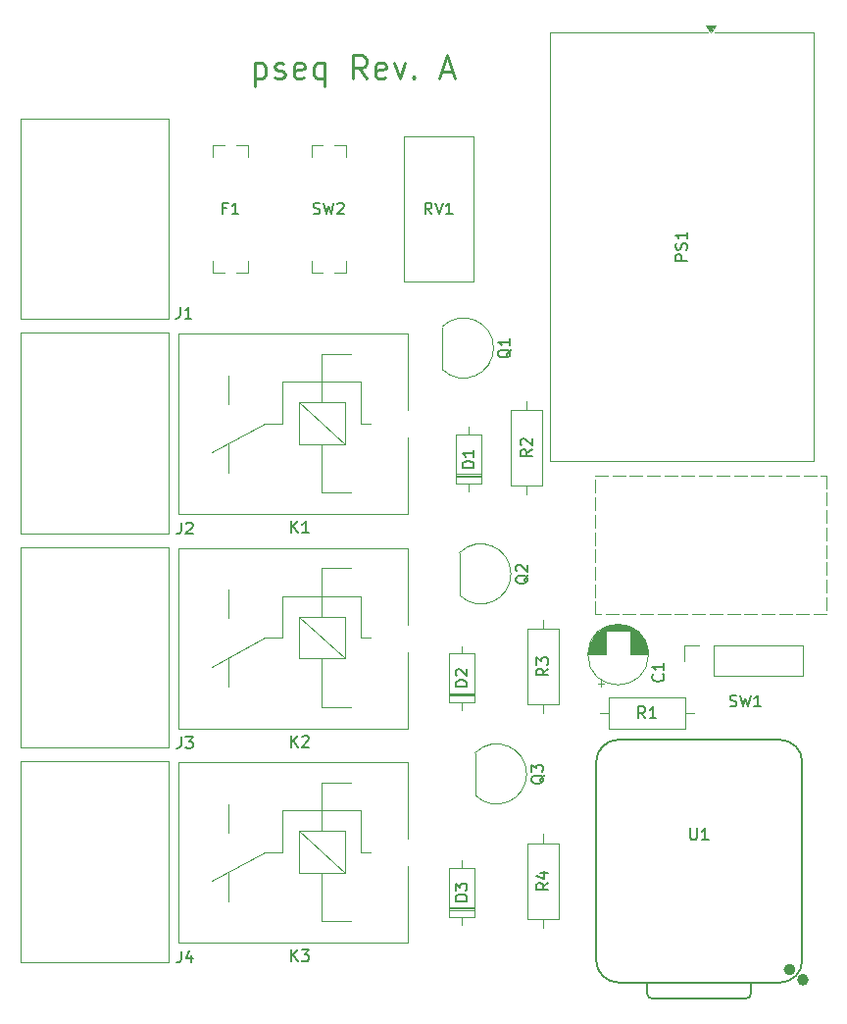
<source format=gbr>
From 5a295172693ef9a289d16c24f868caf64156360f Mon Sep 17 00:00:00 2001
From: Eddy Pedroni <epedroni@pm.me>
Date: Mon, 13 Oct 2025 17:22:31 +0200
Subject: Add kicad circuit project

---
 .../rev-a/power-sequencer-pcb-F_Silkscreen.gbr     | 1924 ++++++++++++++++++++
 1 file changed, 1924 insertions(+)
 create mode 100644 power-sequencer-pcb/rev-a/power-sequencer-pcb-F_Silkscreen.gbr

(limited to 'power-sequencer-pcb/rev-a/power-sequencer-pcb-F_Silkscreen.gbr')

diff --git a/power-sequencer-pcb/rev-a/power-sequencer-pcb-F_Silkscreen.gbr b/power-sequencer-pcb/rev-a/power-sequencer-pcb-F_Silkscreen.gbr
new file mode 100644
index 0000000..9eefb6f
--- /dev/null
+++ b/power-sequencer-pcb/rev-a/power-sequencer-pcb-F_Silkscreen.gbr
@@ -0,0 +1,1924 @@
+%TF.GenerationSoftware,KiCad,Pcbnew,9.0.5*%
+%TF.CreationDate,2025-10-13T17:13:28+02:00*%
+%TF.ProjectId,power-sequencer-pcb,706f7765-722d-4736-9571-75656e636572,A*%
+%TF.SameCoordinates,Original*%
+%TF.FileFunction,Legend,Top*%
+%TF.FilePolarity,Positive*%
+%FSLAX46Y46*%
+G04 Gerber Fmt 4.6, Leading zero omitted, Abs format (unit mm)*
+G04 Created by KiCad (PCBNEW 9.0.5) date 2025-10-13 17:13:28*
+%MOMM*%
+%LPD*%
+G01*
+G04 APERTURE LIST*
+%ADD10C,0.250000*%
+%ADD11C,0.100000*%
+%ADD12C,0.150000*%
+%ADD13C,0.120000*%
+%ADD14C,0.127000*%
+%ADD15C,0.504000*%
+G04 APERTURE END LIST*
+D10*
+X97140663Y-60408904D02*
+X97140663Y-62408904D01*
+X97140663Y-60504142D02*
+X97331139Y-60408904D01*
+X97331139Y-60408904D02*
+X97712092Y-60408904D01*
+X97712092Y-60408904D02*
+X97902568Y-60504142D01*
+X97902568Y-60504142D02*
+X97997806Y-60599380D01*
+X97997806Y-60599380D02*
+X98093044Y-60789857D01*
+X98093044Y-60789857D02*
+X98093044Y-61361285D01*
+X98093044Y-61361285D02*
+X97997806Y-61551761D01*
+X97997806Y-61551761D02*
+X97902568Y-61647000D01*
+X97902568Y-61647000D02*
+X97712092Y-61742238D01*
+X97712092Y-61742238D02*
+X97331139Y-61742238D01*
+X97331139Y-61742238D02*
+X97140663Y-61647000D01*
+X98854949Y-61647000D02*
+X99045425Y-61742238D01*
+X99045425Y-61742238D02*
+X99426377Y-61742238D01*
+X99426377Y-61742238D02*
+X99616854Y-61647000D01*
+X99616854Y-61647000D02*
+X99712092Y-61456523D01*
+X99712092Y-61456523D02*
+X99712092Y-61361285D01*
+X99712092Y-61361285D02*
+X99616854Y-61170809D01*
+X99616854Y-61170809D02*
+X99426377Y-61075571D01*
+X99426377Y-61075571D02*
+X99140663Y-61075571D01*
+X99140663Y-61075571D02*
+X98950187Y-60980333D01*
+X98950187Y-60980333D02*
+X98854949Y-60789857D01*
+X98854949Y-60789857D02*
+X98854949Y-60694619D01*
+X98854949Y-60694619D02*
+X98950187Y-60504142D01*
+X98950187Y-60504142D02*
+X99140663Y-60408904D01*
+X99140663Y-60408904D02*
+X99426377Y-60408904D01*
+X99426377Y-60408904D02*
+X99616854Y-60504142D01*
+X101331140Y-61647000D02*
+X101140664Y-61742238D01*
+X101140664Y-61742238D02*
+X100759711Y-61742238D01*
+X100759711Y-61742238D02*
+X100569235Y-61647000D01*
+X100569235Y-61647000D02*
+X100473997Y-61456523D01*
+X100473997Y-61456523D02*
+X100473997Y-60694619D01*
+X100473997Y-60694619D02*
+X100569235Y-60504142D01*
+X100569235Y-60504142D02*
+X100759711Y-60408904D01*
+X100759711Y-60408904D02*
+X101140664Y-60408904D01*
+X101140664Y-60408904D02*
+X101331140Y-60504142D01*
+X101331140Y-60504142D02*
+X101426378Y-60694619D01*
+X101426378Y-60694619D02*
+X101426378Y-60885095D01*
+X101426378Y-60885095D02*
+X100473997Y-61075571D01*
+X103140664Y-60408904D02*
+X103140664Y-62408904D01*
+X103140664Y-61647000D02*
+X102950188Y-61742238D01*
+X102950188Y-61742238D02*
+X102569235Y-61742238D01*
+X102569235Y-61742238D02*
+X102378759Y-61647000D01*
+X102378759Y-61647000D02*
+X102283521Y-61551761D01*
+X102283521Y-61551761D02*
+X102188283Y-61361285D01*
+X102188283Y-61361285D02*
+X102188283Y-60789857D01*
+X102188283Y-60789857D02*
+X102283521Y-60599380D01*
+X102283521Y-60599380D02*
+X102378759Y-60504142D01*
+X102378759Y-60504142D02*
+X102569235Y-60408904D01*
+X102569235Y-60408904D02*
+X102950188Y-60408904D01*
+X102950188Y-60408904D02*
+X103140664Y-60504142D01*
+X106759712Y-61742238D02*
+X106093045Y-60789857D01*
+X105616855Y-61742238D02*
+X105616855Y-59742238D01*
+X105616855Y-59742238D02*
+X106378760Y-59742238D01*
+X106378760Y-59742238D02*
+X106569236Y-59837476D01*
+X106569236Y-59837476D02*
+X106664474Y-59932714D01*
+X106664474Y-59932714D02*
+X106759712Y-60123190D01*
+X106759712Y-60123190D02*
+X106759712Y-60408904D01*
+X106759712Y-60408904D02*
+X106664474Y-60599380D01*
+X106664474Y-60599380D02*
+X106569236Y-60694619D01*
+X106569236Y-60694619D02*
+X106378760Y-60789857D01*
+X106378760Y-60789857D02*
+X105616855Y-60789857D01*
+X108378760Y-61647000D02*
+X108188284Y-61742238D01*
+X108188284Y-61742238D02*
+X107807331Y-61742238D01*
+X107807331Y-61742238D02*
+X107616855Y-61647000D01*
+X107616855Y-61647000D02*
+X107521617Y-61456523D01*
+X107521617Y-61456523D02*
+X107521617Y-60694619D01*
+X107521617Y-60694619D02*
+X107616855Y-60504142D01*
+X107616855Y-60504142D02*
+X107807331Y-60408904D01*
+X107807331Y-60408904D02*
+X108188284Y-60408904D01*
+X108188284Y-60408904D02*
+X108378760Y-60504142D01*
+X108378760Y-60504142D02*
+X108473998Y-60694619D01*
+X108473998Y-60694619D02*
+X108473998Y-60885095D01*
+X108473998Y-60885095D02*
+X107521617Y-61075571D01*
+X109140665Y-60408904D02*
+X109616855Y-61742238D01*
+X109616855Y-61742238D02*
+X110093046Y-60408904D01*
+X110854951Y-61551761D02*
+X110950189Y-61647000D01*
+X110950189Y-61647000D02*
+X110854951Y-61742238D01*
+X110854951Y-61742238D02*
+X110759713Y-61647000D01*
+X110759713Y-61647000D02*
+X110854951Y-61551761D01*
+X110854951Y-61551761D02*
+X110854951Y-61742238D01*
+X113235904Y-61170809D02*
+X114188285Y-61170809D01*
+X113045428Y-61742238D02*
+X113712094Y-59742238D01*
+X113712094Y-59742238D02*
+X114378761Y-61742238D01*
+D11*
+X126500000Y-96000000D02*
+X127600000Y-96000000D01*
+X128000000Y-96000000D02*
+X129100000Y-96000000D01*
+X129500000Y-96000000D02*
+X130600000Y-96000000D01*
+X131000000Y-96000000D02*
+X132100000Y-96000000D01*
+X132500000Y-96000000D02*
+X133600000Y-96000000D01*
+X134000000Y-96000000D02*
+X135100000Y-96000000D01*
+X135500000Y-96000000D02*
+X136600000Y-96000000D01*
+X137000000Y-96000000D02*
+X138100000Y-96000000D01*
+X138500000Y-96000000D02*
+X139600000Y-96000000D01*
+X140000000Y-96000000D02*
+X141100000Y-96000000D01*
+X141500000Y-96000000D02*
+X142600000Y-96000000D01*
+X143000000Y-96000000D02*
+X144100000Y-96000000D01*
+X144500000Y-96000000D02*
+X145600000Y-96000000D01*
+X146000000Y-96000000D02*
+X146500000Y-96000000D01*
+X146500000Y-96000000D02*
+X146500000Y-97100000D01*
+X146500000Y-97500000D02*
+X146500000Y-98600000D01*
+X146500000Y-99000000D02*
+X146500000Y-100100000D01*
+X146500000Y-100500000D02*
+X146500000Y-101600000D01*
+X146500000Y-102000000D02*
+X146500000Y-103100000D01*
+X146500000Y-103500000D02*
+X146500000Y-104600000D01*
+X146500000Y-105000000D02*
+X146500000Y-106100000D01*
+X146500000Y-106500000D02*
+X146500000Y-107600000D01*
+X146500000Y-108000000D02*
+X146500000Y-108000000D01*
+X146500000Y-108000000D02*
+X145400000Y-108000000D01*
+X145000000Y-108000000D02*
+X143900000Y-108000000D01*
+X143500000Y-108000000D02*
+X142400000Y-108000000D01*
+X142000000Y-108000000D02*
+X140900000Y-108000000D01*
+X140500000Y-108000000D02*
+X139400000Y-108000000D01*
+X139000000Y-108000000D02*
+X137900000Y-108000000D01*
+X137500000Y-108000000D02*
+X136400000Y-108000000D01*
+X136000000Y-108000000D02*
+X134900000Y-108000000D01*
+X134500000Y-108000000D02*
+X133400000Y-108000000D01*
+X133000000Y-108000000D02*
+X131900000Y-108000000D01*
+X131500000Y-108000000D02*
+X130400000Y-108000000D01*
+X130000000Y-108000000D02*
+X128900000Y-108000000D01*
+X128500000Y-108000000D02*
+X127400000Y-108000000D01*
+X127000000Y-108000000D02*
+X126500000Y-108000000D01*
+X126500000Y-108000000D02*
+X126500000Y-106900000D01*
+X126500000Y-106500000D02*
+X126500000Y-105400000D01*
+X126500000Y-105000000D02*
+X126500000Y-103900000D01*
+X126500000Y-103500000D02*
+X126500000Y-102400000D01*
+X126500000Y-102000000D02*
+X126500000Y-100900000D01*
+X126500000Y-100500000D02*
+X126500000Y-99400000D01*
+X126500000Y-99000000D02*
+X126500000Y-97900000D01*
+X126500000Y-97500000D02*
+X126500000Y-96400000D01*
+X126500000Y-96000000D02*
+X126500000Y-96000000D01*
+D12*
+X90666666Y-81454819D02*
+X90666666Y-82169104D01*
+X90666666Y-82169104D02*
+X90619047Y-82311961D01*
+X90619047Y-82311961D02*
+X90523809Y-82407200D01*
+X90523809Y-82407200D02*
+X90380952Y-82454819D01*
+X90380952Y-82454819D02*
+X90285714Y-82454819D01*
+X91666666Y-82454819D02*
+X91095238Y-82454819D01*
+X91380952Y-82454819D02*
+X91380952Y-81454819D01*
+X91380952Y-81454819D02*
+X91285714Y-81597676D01*
+X91285714Y-81597676D02*
+X91190476Y-81692914D01*
+X91190476Y-81692914D02*
+X91095238Y-81740533D01*
+X90761666Y-100049819D02*
+X90761666Y-100764104D01*
+X90761666Y-100764104D02*
+X90714047Y-100906961D01*
+X90714047Y-100906961D02*
+X90618809Y-101002200D01*
+X90618809Y-101002200D02*
+X90475952Y-101049819D01*
+X90475952Y-101049819D02*
+X90380714Y-101049819D01*
+X91190238Y-100145057D02*
+X91237857Y-100097438D01*
+X91237857Y-100097438D02*
+X91333095Y-100049819D01*
+X91333095Y-100049819D02*
+X91571190Y-100049819D01*
+X91571190Y-100049819D02*
+X91666428Y-100097438D01*
+X91666428Y-100097438D02*
+X91714047Y-100145057D01*
+X91714047Y-100145057D02*
+X91761666Y-100240295D01*
+X91761666Y-100240295D02*
+X91761666Y-100335533D01*
+X91761666Y-100335533D02*
+X91714047Y-100478390D01*
+X91714047Y-100478390D02*
+X91142619Y-101049819D01*
+X91142619Y-101049819D02*
+X91761666Y-101049819D01*
+X90761666Y-137049819D02*
+X90761666Y-137764104D01*
+X90761666Y-137764104D02*
+X90714047Y-137906961D01*
+X90714047Y-137906961D02*
+X90618809Y-138002200D01*
+X90618809Y-138002200D02*
+X90475952Y-138049819D01*
+X90475952Y-138049819D02*
+X90380714Y-138049819D01*
+X91666428Y-137383152D02*
+X91666428Y-138049819D01*
+X91428333Y-137002200D02*
+X91190238Y-137716485D01*
+X91190238Y-137716485D02*
+X91809285Y-137716485D01*
+X90761666Y-118549819D02*
+X90761666Y-119264104D01*
+X90761666Y-119264104D02*
+X90714047Y-119406961D01*
+X90714047Y-119406961D02*
+X90618809Y-119502200D01*
+X90618809Y-119502200D02*
+X90475952Y-119549819D01*
+X90475952Y-119549819D02*
+X90380714Y-119549819D01*
+X91142619Y-118549819D02*
+X91761666Y-118549819D01*
+X91761666Y-118549819D02*
+X91428333Y-118930771D01*
+X91428333Y-118930771D02*
+X91571190Y-118930771D01*
+X91571190Y-118930771D02*
+X91666428Y-118978390D01*
+X91666428Y-118978390D02*
+X91714047Y-119026009D01*
+X91714047Y-119026009D02*
+X91761666Y-119121247D01*
+X91761666Y-119121247D02*
+X91761666Y-119359342D01*
+X91761666Y-119359342D02*
+X91714047Y-119454580D01*
+X91714047Y-119454580D02*
+X91666428Y-119502200D01*
+X91666428Y-119502200D02*
+X91571190Y-119549819D01*
+X91571190Y-119549819D02*
+X91285476Y-119549819D01*
+X91285476Y-119549819D02*
+X91190238Y-119502200D01*
+X91190238Y-119502200D02*
+X91142619Y-119454580D01*
+X121049819Y-93761666D02*
+X120573628Y-94094999D01*
+X121049819Y-94333094D02*
+X120049819Y-94333094D01*
+X120049819Y-94333094D02*
+X120049819Y-93952142D01*
+X120049819Y-93952142D02*
+X120097438Y-93856904D01*
+X120097438Y-93856904D02*
+X120145057Y-93809285D01*
+X120145057Y-93809285D02*
+X120240295Y-93761666D01*
+X120240295Y-93761666D02*
+X120383152Y-93761666D01*
+X120383152Y-93761666D02*
+X120478390Y-93809285D01*
+X120478390Y-93809285D02*
+X120526009Y-93856904D01*
+X120526009Y-93856904D02*
+X120573628Y-93952142D01*
+X120573628Y-93952142D02*
+X120573628Y-94333094D01*
+X120145057Y-93380713D02*
+X120097438Y-93333094D01*
+X120097438Y-93333094D02*
+X120049819Y-93237856D01*
+X120049819Y-93237856D02*
+X120049819Y-92999761D01*
+X120049819Y-92999761D02*
+X120097438Y-92904523D01*
+X120097438Y-92904523D02*
+X120145057Y-92856904D01*
+X120145057Y-92856904D02*
+X120240295Y-92809285D01*
+X120240295Y-92809285D02*
+X120335533Y-92809285D01*
+X120335533Y-92809285D02*
+X120478390Y-92856904D01*
+X120478390Y-92856904D02*
+X121049819Y-93428332D01*
+X121049819Y-93428332D02*
+X121049819Y-92809285D01*
+X116049819Y-95333094D02*
+X115049819Y-95333094D01*
+X115049819Y-95333094D02*
+X115049819Y-95094999D01*
+X115049819Y-95094999D02*
+X115097438Y-94952142D01*
+X115097438Y-94952142D02*
+X115192676Y-94856904D01*
+X115192676Y-94856904D02*
+X115287914Y-94809285D01*
+X115287914Y-94809285D02*
+X115478390Y-94761666D01*
+X115478390Y-94761666D02*
+X115621247Y-94761666D01*
+X115621247Y-94761666D02*
+X115811723Y-94809285D01*
+X115811723Y-94809285D02*
+X115906961Y-94856904D01*
+X115906961Y-94856904D02*
+X116002200Y-94952142D01*
+X116002200Y-94952142D02*
+X116049819Y-95094999D01*
+X116049819Y-95094999D02*
+X116049819Y-95333094D01*
+X116049819Y-93809285D02*
+X116049819Y-94380713D01*
+X116049819Y-94094999D02*
+X115049819Y-94094999D01*
+X115049819Y-94094999D02*
+X115192676Y-94190237D01*
+X115192676Y-94190237D02*
+X115287914Y-94285475D01*
+X115287914Y-94285475D02*
+X115335533Y-94380713D01*
+X119250057Y-85095238D02*
+X119202438Y-85190476D01*
+X119202438Y-85190476D02*
+X119107200Y-85285714D01*
+X119107200Y-85285714D02*
+X118964342Y-85428571D01*
+X118964342Y-85428571D02*
+X118916723Y-85523809D01*
+X118916723Y-85523809D02*
+X118916723Y-85619047D01*
+X119154819Y-85571428D02*
+X119107200Y-85666666D01*
+X119107200Y-85666666D02*
+X119011961Y-85761904D01*
+X119011961Y-85761904D02*
+X118821485Y-85809523D01*
+X118821485Y-85809523D02*
+X118488152Y-85809523D01*
+X118488152Y-85809523D02*
+X118297676Y-85761904D01*
+X118297676Y-85761904D02*
+X118202438Y-85666666D01*
+X118202438Y-85666666D02*
+X118154819Y-85571428D01*
+X118154819Y-85571428D02*
+X118154819Y-85380952D01*
+X118154819Y-85380952D02*
+X118202438Y-85285714D01*
+X118202438Y-85285714D02*
+X118297676Y-85190476D01*
+X118297676Y-85190476D02*
+X118488152Y-85142857D01*
+X118488152Y-85142857D02*
+X118821485Y-85142857D01*
+X118821485Y-85142857D02*
+X119011961Y-85190476D01*
+X119011961Y-85190476D02*
+X119107200Y-85285714D01*
+X119107200Y-85285714D02*
+X119154819Y-85380952D01*
+X119154819Y-85380952D02*
+X119154819Y-85571428D01*
+X119154819Y-84190476D02*
+X119154819Y-84761904D01*
+X119154819Y-84476190D02*
+X118154819Y-84476190D01*
+X118154819Y-84476190D02*
+X118297676Y-84571428D01*
+X118297676Y-84571428D02*
+X118392914Y-84666666D01*
+X118392914Y-84666666D02*
+X118440533Y-84761904D01*
+X122454819Y-112666666D02*
+X121978628Y-112999999D01*
+X122454819Y-113238094D02*
+X121454819Y-113238094D01*
+X121454819Y-113238094D02*
+X121454819Y-112857142D01*
+X121454819Y-112857142D02*
+X121502438Y-112761904D01*
+X121502438Y-112761904D02*
+X121550057Y-112714285D01*
+X121550057Y-112714285D02*
+X121645295Y-112666666D01*
+X121645295Y-112666666D02*
+X121788152Y-112666666D01*
+X121788152Y-112666666D02*
+X121883390Y-112714285D01*
+X121883390Y-112714285D02*
+X121931009Y-112761904D01*
+X121931009Y-112761904D02*
+X121978628Y-112857142D01*
+X121978628Y-112857142D02*
+X121978628Y-113238094D01*
+X121454819Y-112333332D02*
+X121454819Y-111714285D01*
+X121454819Y-111714285D02*
+X121835771Y-112047618D01*
+X121835771Y-112047618D02*
+X121835771Y-111904761D01*
+X121835771Y-111904761D02*
+X121883390Y-111809523D01*
+X121883390Y-111809523D02*
+X121931009Y-111761904D01*
+X121931009Y-111761904D02*
+X122026247Y-111714285D01*
+X122026247Y-111714285D02*
+X122264342Y-111714285D01*
+X122264342Y-111714285D02*
+X122359580Y-111761904D01*
+X122359580Y-111761904D02*
+X122407200Y-111809523D01*
+X122407200Y-111809523D02*
+X122454819Y-111904761D01*
+X122454819Y-111904761D02*
+X122454819Y-112190475D01*
+X122454819Y-112190475D02*
+X122407200Y-112285713D01*
+X122407200Y-112285713D02*
+X122359580Y-112333332D01*
+X115454819Y-132738094D02*
+X114454819Y-132738094D01*
+X114454819Y-132738094D02*
+X114454819Y-132499999D01*
+X114454819Y-132499999D02*
+X114502438Y-132357142D01*
+X114502438Y-132357142D02*
+X114597676Y-132261904D01*
+X114597676Y-132261904D02*
+X114692914Y-132214285D01*
+X114692914Y-132214285D02*
+X114883390Y-132166666D01*
+X114883390Y-132166666D02*
+X115026247Y-132166666D01*
+X115026247Y-132166666D02*
+X115216723Y-132214285D01*
+X115216723Y-132214285D02*
+X115311961Y-132261904D01*
+X115311961Y-132261904D02*
+X115407200Y-132357142D01*
+X115407200Y-132357142D02*
+X115454819Y-132499999D01*
+X115454819Y-132499999D02*
+X115454819Y-132738094D01*
+X114454819Y-131833332D02*
+X114454819Y-131214285D01*
+X114454819Y-131214285D02*
+X114835771Y-131547618D01*
+X114835771Y-131547618D02*
+X114835771Y-131404761D01*
+X114835771Y-131404761D02*
+X114883390Y-131309523D01*
+X114883390Y-131309523D02*
+X114931009Y-131261904D01*
+X114931009Y-131261904D02*
+X115026247Y-131214285D01*
+X115026247Y-131214285D02*
+X115264342Y-131214285D01*
+X115264342Y-131214285D02*
+X115359580Y-131261904D01*
+X115359580Y-131261904D02*
+X115407200Y-131309523D01*
+X115407200Y-131309523D02*
+X115454819Y-131404761D01*
+X115454819Y-131404761D02*
+X115454819Y-131690475D01*
+X115454819Y-131690475D02*
+X115407200Y-131785713D01*
+X115407200Y-131785713D02*
+X115359580Y-131833332D01*
+X100261905Y-119454819D02*
+X100261905Y-118454819D01*
+X100833333Y-119454819D02*
+X100404762Y-118883390D01*
+X100833333Y-118454819D02*
+X100261905Y-119026247D01*
+X101214286Y-118550057D02*
+X101261905Y-118502438D01*
+X101261905Y-118502438D02*
+X101357143Y-118454819D01*
+X101357143Y-118454819D02*
+X101595238Y-118454819D01*
+X101595238Y-118454819D02*
+X101690476Y-118502438D01*
+X101690476Y-118502438D02*
+X101738095Y-118550057D01*
+X101738095Y-118550057D02*
+X101785714Y-118645295D01*
+X101785714Y-118645295D02*
+X101785714Y-118740533D01*
+X101785714Y-118740533D02*
+X101738095Y-118883390D01*
+X101738095Y-118883390D02*
+X101166667Y-119454819D01*
+X101166667Y-119454819D02*
+X101785714Y-119454819D01*
+X112404761Y-73454819D02*
+X112071428Y-72978628D01*
+X111833333Y-73454819D02*
+X111833333Y-72454819D01*
+X111833333Y-72454819D02*
+X112214285Y-72454819D01*
+X112214285Y-72454819D02*
+X112309523Y-72502438D01*
+X112309523Y-72502438D02*
+X112357142Y-72550057D01*
+X112357142Y-72550057D02*
+X112404761Y-72645295D01*
+X112404761Y-72645295D02*
+X112404761Y-72788152D01*
+X112404761Y-72788152D02*
+X112357142Y-72883390D01*
+X112357142Y-72883390D02*
+X112309523Y-72931009D01*
+X112309523Y-72931009D02*
+X112214285Y-72978628D01*
+X112214285Y-72978628D02*
+X111833333Y-72978628D01*
+X112690476Y-72454819D02*
+X113023809Y-73454819D01*
+X113023809Y-73454819D02*
+X113357142Y-72454819D01*
+X114214285Y-73454819D02*
+X113642857Y-73454819D01*
+X113928571Y-73454819D02*
+X113928571Y-72454819D01*
+X113928571Y-72454819D02*
+X113833333Y-72597676D01*
+X113833333Y-72597676D02*
+X113738095Y-72692914D01*
+X113738095Y-72692914D02*
+X113642857Y-72740533D01*
+X132359580Y-113166666D02*
+X132407200Y-113214285D01*
+X132407200Y-113214285D02*
+X132454819Y-113357142D01*
+X132454819Y-113357142D02*
+X132454819Y-113452380D01*
+X132454819Y-113452380D02*
+X132407200Y-113595237D01*
+X132407200Y-113595237D02*
+X132311961Y-113690475D01*
+X132311961Y-113690475D02*
+X132216723Y-113738094D01*
+X132216723Y-113738094D02*
+X132026247Y-113785713D01*
+X132026247Y-113785713D02*
+X131883390Y-113785713D01*
+X131883390Y-113785713D02*
+X131692914Y-113738094D01*
+X131692914Y-113738094D02*
+X131597676Y-113690475D01*
+X131597676Y-113690475D02*
+X131502438Y-113595237D01*
+X131502438Y-113595237D02*
+X131454819Y-113452380D01*
+X131454819Y-113452380D02*
+X131454819Y-113357142D01*
+X131454819Y-113357142D02*
+X131502438Y-113214285D01*
+X131502438Y-113214285D02*
+X131550057Y-113166666D01*
+X132454819Y-112214285D02*
+X132454819Y-112785713D01*
+X132454819Y-112499999D02*
+X131454819Y-112499999D01*
+X131454819Y-112499999D02*
+X131597676Y-112595237D01*
+X131597676Y-112595237D02*
+X131692914Y-112690475D01*
+X131692914Y-112690475D02*
+X131740533Y-112785713D01*
+X134738095Y-126454819D02*
+X134738095Y-127264342D01*
+X134738095Y-127264342D02*
+X134785714Y-127359580D01*
+X134785714Y-127359580D02*
+X134833333Y-127407200D01*
+X134833333Y-127407200D02*
+X134928571Y-127454819D01*
+X134928571Y-127454819D02*
+X135119047Y-127454819D01*
+X135119047Y-127454819D02*
+X135214285Y-127407200D01*
+X135214285Y-127407200D02*
+X135261904Y-127359580D01*
+X135261904Y-127359580D02*
+X135309523Y-127264342D01*
+X135309523Y-127264342D02*
+X135309523Y-126454819D01*
+X136309523Y-127454819D02*
+X135738095Y-127454819D01*
+X136023809Y-127454819D02*
+X136023809Y-126454819D01*
+X136023809Y-126454819D02*
+X135928571Y-126597676D01*
+X135928571Y-126597676D02*
+X135833333Y-126692914D01*
+X135833333Y-126692914D02*
+X135738095Y-126740533D01*
+X115454819Y-114238094D02*
+X114454819Y-114238094D01*
+X114454819Y-114238094D02*
+X114454819Y-113999999D01*
+X114454819Y-113999999D02*
+X114502438Y-113857142D01*
+X114502438Y-113857142D02*
+X114597676Y-113761904D01*
+X114597676Y-113761904D02*
+X114692914Y-113714285D01*
+X114692914Y-113714285D02*
+X114883390Y-113666666D01*
+X114883390Y-113666666D02*
+X115026247Y-113666666D01*
+X115026247Y-113666666D02*
+X115216723Y-113714285D01*
+X115216723Y-113714285D02*
+X115311961Y-113761904D01*
+X115311961Y-113761904D02*
+X115407200Y-113857142D01*
+X115407200Y-113857142D02*
+X115454819Y-113999999D01*
+X115454819Y-113999999D02*
+X115454819Y-114238094D01*
+X114550057Y-113285713D02*
+X114502438Y-113238094D01*
+X114502438Y-113238094D02*
+X114454819Y-113142856D01*
+X114454819Y-113142856D02*
+X114454819Y-112904761D01*
+X114454819Y-112904761D02*
+X114502438Y-112809523D01*
+X114502438Y-112809523D02*
+X114550057Y-112761904D01*
+X114550057Y-112761904D02*
+X114645295Y-112714285D01*
+X114645295Y-112714285D02*
+X114740533Y-112714285D01*
+X114740533Y-112714285D02*
+X114883390Y-112761904D01*
+X114883390Y-112761904D02*
+X115454819Y-113333332D01*
+X115454819Y-113333332D02*
+X115454819Y-112714285D01*
+X100261905Y-137954819D02*
+X100261905Y-136954819D01*
+X100833333Y-137954819D02*
+X100404762Y-137383390D01*
+X100833333Y-136954819D02*
+X100261905Y-137526247D01*
+X101166667Y-136954819D02*
+X101785714Y-136954819D01*
+X101785714Y-136954819D02*
+X101452381Y-137335771D01*
+X101452381Y-137335771D02*
+X101595238Y-137335771D01*
+X101595238Y-137335771D02*
+X101690476Y-137383390D01*
+X101690476Y-137383390D02*
+X101738095Y-137431009D01*
+X101738095Y-137431009D02*
+X101785714Y-137526247D01*
+X101785714Y-137526247D02*
+X101785714Y-137764342D01*
+X101785714Y-137764342D02*
+X101738095Y-137859580D01*
+X101738095Y-137859580D02*
+X101690476Y-137907200D01*
+X101690476Y-137907200D02*
+X101595238Y-137954819D01*
+X101595238Y-137954819D02*
+X101309524Y-137954819D01*
+X101309524Y-137954819D02*
+X101214286Y-137907200D01*
+X101214286Y-137907200D02*
+X101166667Y-137859580D01*
+X122454819Y-131166666D02*
+X121978628Y-131499999D01*
+X122454819Y-131738094D02*
+X121454819Y-131738094D01*
+X121454819Y-131738094D02*
+X121454819Y-131357142D01*
+X121454819Y-131357142D02*
+X121502438Y-131261904D01*
+X121502438Y-131261904D02*
+X121550057Y-131214285D01*
+X121550057Y-131214285D02*
+X121645295Y-131166666D01*
+X121645295Y-131166666D02*
+X121788152Y-131166666D01*
+X121788152Y-131166666D02*
+X121883390Y-131214285D01*
+X121883390Y-131214285D02*
+X121931009Y-131261904D01*
+X121931009Y-131261904D02*
+X121978628Y-131357142D01*
+X121978628Y-131357142D02*
+X121978628Y-131738094D01*
+X121788152Y-130309523D02*
+X122454819Y-130309523D01*
+X121407200Y-130547618D02*
+X122121485Y-130785713D01*
+X122121485Y-130785713D02*
+X122121485Y-130166666D01*
+X100261905Y-100954819D02*
+X100261905Y-99954819D01*
+X100833333Y-100954819D02*
+X100404762Y-100383390D01*
+X100833333Y-99954819D02*
+X100261905Y-100526247D01*
+X101785714Y-100954819D02*
+X101214286Y-100954819D01*
+X101500000Y-100954819D02*
+X101500000Y-99954819D01*
+X101500000Y-99954819D02*
+X101404762Y-100097676D01*
+X101404762Y-100097676D02*
+X101309524Y-100192914D01*
+X101309524Y-100192914D02*
+X101214286Y-100240533D01*
+X122110057Y-121865238D02*
+X122062438Y-121960476D01*
+X122062438Y-121960476D02*
+X121967200Y-122055714D01*
+X121967200Y-122055714D02*
+X121824342Y-122198571D01*
+X121824342Y-122198571D02*
+X121776723Y-122293809D01*
+X121776723Y-122293809D02*
+X121776723Y-122389047D01*
+X122014819Y-122341428D02*
+X121967200Y-122436666D01*
+X121967200Y-122436666D02*
+X121871961Y-122531904D01*
+X121871961Y-122531904D02*
+X121681485Y-122579523D01*
+X121681485Y-122579523D02*
+X121348152Y-122579523D01*
+X121348152Y-122579523D02*
+X121157676Y-122531904D01*
+X121157676Y-122531904D02*
+X121062438Y-122436666D01*
+X121062438Y-122436666D02*
+X121014819Y-122341428D01*
+X121014819Y-122341428D02*
+X121014819Y-122150952D01*
+X121014819Y-122150952D02*
+X121062438Y-122055714D01*
+X121062438Y-122055714D02*
+X121157676Y-121960476D01*
+X121157676Y-121960476D02*
+X121348152Y-121912857D01*
+X121348152Y-121912857D02*
+X121681485Y-121912857D01*
+X121681485Y-121912857D02*
+X121871961Y-121960476D01*
+X121871961Y-121960476D02*
+X121967200Y-122055714D01*
+X121967200Y-122055714D02*
+X122014819Y-122150952D01*
+X122014819Y-122150952D02*
+X122014819Y-122341428D01*
+X121014819Y-121579523D02*
+X121014819Y-120960476D01*
+X121014819Y-120960476D02*
+X121395771Y-121293809D01*
+X121395771Y-121293809D02*
+X121395771Y-121150952D01*
+X121395771Y-121150952D02*
+X121443390Y-121055714D01*
+X121443390Y-121055714D02*
+X121491009Y-121008095D01*
+X121491009Y-121008095D02*
+X121586247Y-120960476D01*
+X121586247Y-120960476D02*
+X121824342Y-120960476D01*
+X121824342Y-120960476D02*
+X121919580Y-121008095D01*
+X121919580Y-121008095D02*
+X121967200Y-121055714D01*
+X121967200Y-121055714D02*
+X122014819Y-121150952D01*
+X122014819Y-121150952D02*
+X122014819Y-121436666D01*
+X122014819Y-121436666D02*
+X121967200Y-121531904D01*
+X121967200Y-121531904D02*
+X121919580Y-121579523D01*
+X138166667Y-115907200D02*
+X138309524Y-115954819D01*
+X138309524Y-115954819D02*
+X138547619Y-115954819D01*
+X138547619Y-115954819D02*
+X138642857Y-115907200D01*
+X138642857Y-115907200D02*
+X138690476Y-115859580D01*
+X138690476Y-115859580D02*
+X138738095Y-115764342D01*
+X138738095Y-115764342D02*
+X138738095Y-115669104D01*
+X138738095Y-115669104D02*
+X138690476Y-115573866D01*
+X138690476Y-115573866D02*
+X138642857Y-115526247D01*
+X138642857Y-115526247D02*
+X138547619Y-115478628D01*
+X138547619Y-115478628D02*
+X138357143Y-115431009D01*
+X138357143Y-115431009D02*
+X138261905Y-115383390D01*
+X138261905Y-115383390D02*
+X138214286Y-115335771D01*
+X138214286Y-115335771D02*
+X138166667Y-115240533D01*
+X138166667Y-115240533D02*
+X138166667Y-115145295D01*
+X138166667Y-115145295D02*
+X138214286Y-115050057D01*
+X138214286Y-115050057D02*
+X138261905Y-115002438D01*
+X138261905Y-115002438D02*
+X138357143Y-114954819D01*
+X138357143Y-114954819D02*
+X138595238Y-114954819D01*
+X138595238Y-114954819D02*
+X138738095Y-115002438D01*
+X139071429Y-114954819D02*
+X139309524Y-115954819D01*
+X139309524Y-115954819D02*
+X139500000Y-115240533D01*
+X139500000Y-115240533D02*
+X139690476Y-115954819D01*
+X139690476Y-115954819D02*
+X139928572Y-114954819D01*
+X140833333Y-115954819D02*
+X140261905Y-115954819D01*
+X140547619Y-115954819D02*
+X140547619Y-114954819D01*
+X140547619Y-114954819D02*
+X140452381Y-115097676D01*
+X140452381Y-115097676D02*
+X140357143Y-115192914D01*
+X140357143Y-115192914D02*
+X140261905Y-115240533D01*
+X134454819Y-77466785D02*
+X133454819Y-77466785D01*
+X133454819Y-77466785D02*
+X133454819Y-77085833D01*
+X133454819Y-77085833D02*
+X133502438Y-76990595D01*
+X133502438Y-76990595D02*
+X133550057Y-76942976D01*
+X133550057Y-76942976D02*
+X133645295Y-76895357D01*
+X133645295Y-76895357D02*
+X133788152Y-76895357D01*
+X133788152Y-76895357D02*
+X133883390Y-76942976D01*
+X133883390Y-76942976D02*
+X133931009Y-76990595D01*
+X133931009Y-76990595D02*
+X133978628Y-77085833D01*
+X133978628Y-77085833D02*
+X133978628Y-77466785D01*
+X134407200Y-76514404D02*
+X134454819Y-76371547D01*
+X134454819Y-76371547D02*
+X134454819Y-76133452D01*
+X134454819Y-76133452D02*
+X134407200Y-76038214D01*
+X134407200Y-76038214D02*
+X134359580Y-75990595D01*
+X134359580Y-75990595D02*
+X134264342Y-75942976D01*
+X134264342Y-75942976D02*
+X134169104Y-75942976D01*
+X134169104Y-75942976D02*
+X134073866Y-75990595D01*
+X134073866Y-75990595D02*
+X134026247Y-76038214D01*
+X134026247Y-76038214D02*
+X133978628Y-76133452D01*
+X133978628Y-76133452D02*
+X133931009Y-76323928D01*
+X133931009Y-76323928D02*
+X133883390Y-76419166D01*
+X133883390Y-76419166D02*
+X133835771Y-76466785D01*
+X133835771Y-76466785D02*
+X133740533Y-76514404D01*
+X133740533Y-76514404D02*
+X133645295Y-76514404D01*
+X133645295Y-76514404D02*
+X133550057Y-76466785D01*
+X133550057Y-76466785D02*
+X133502438Y-76419166D01*
+X133502438Y-76419166D02*
+X133454819Y-76323928D01*
+X133454819Y-76323928D02*
+X133454819Y-76085833D01*
+X133454819Y-76085833D02*
+X133502438Y-75942976D01*
+X134454819Y-74990595D02*
+X134454819Y-75562023D01*
+X134454819Y-75276309D02*
+X133454819Y-75276309D01*
+X133454819Y-75276309D02*
+X133597676Y-75371547D01*
+X133597676Y-75371547D02*
+X133692914Y-75466785D01*
+X133692914Y-75466785D02*
+X133740533Y-75562023D01*
+X130833333Y-116954819D02*
+X130500000Y-116478628D01*
+X130261905Y-116954819D02*
+X130261905Y-115954819D01*
+X130261905Y-115954819D02*
+X130642857Y-115954819D01*
+X130642857Y-115954819D02*
+X130738095Y-116002438D01*
+X130738095Y-116002438D02*
+X130785714Y-116050057D01*
+X130785714Y-116050057D02*
+X130833333Y-116145295D01*
+X130833333Y-116145295D02*
+X130833333Y-116288152D01*
+X130833333Y-116288152D02*
+X130785714Y-116383390D01*
+X130785714Y-116383390D02*
+X130738095Y-116431009D01*
+X130738095Y-116431009D02*
+X130642857Y-116478628D01*
+X130642857Y-116478628D02*
+X130261905Y-116478628D01*
+X131785714Y-116954819D02*
+X131214286Y-116954819D01*
+X131500000Y-116954819D02*
+X131500000Y-115954819D01*
+X131500000Y-115954819D02*
+X131404762Y-116097676D01*
+X131404762Y-116097676D02*
+X131309524Y-116192914D01*
+X131309524Y-116192914D02*
+X131214286Y-116240533D01*
+X94666666Y-72931009D02*
+X94333333Y-72931009D01*
+X94333333Y-73454819D02*
+X94333333Y-72454819D01*
+X94333333Y-72454819D02*
+X94809523Y-72454819D01*
+X95714285Y-73454819D02*
+X95142857Y-73454819D01*
+X95428571Y-73454819D02*
+X95428571Y-72454819D01*
+X95428571Y-72454819D02*
+X95333333Y-72597676D01*
+X95333333Y-72597676D02*
+X95238095Y-72692914D01*
+X95238095Y-72692914D02*
+X95142857Y-72740533D01*
+X120750057Y-104595238D02*
+X120702438Y-104690476D01*
+X120702438Y-104690476D02*
+X120607200Y-104785714D01*
+X120607200Y-104785714D02*
+X120464342Y-104928571D01*
+X120464342Y-104928571D02*
+X120416723Y-105023809D01*
+X120416723Y-105023809D02*
+X120416723Y-105119047D01*
+X120654819Y-105071428D02*
+X120607200Y-105166666D01*
+X120607200Y-105166666D02*
+X120511961Y-105261904D01*
+X120511961Y-105261904D02*
+X120321485Y-105309523D01*
+X120321485Y-105309523D02*
+X119988152Y-105309523D01*
+X119988152Y-105309523D02*
+X119797676Y-105261904D01*
+X119797676Y-105261904D02*
+X119702438Y-105166666D01*
+X119702438Y-105166666D02*
+X119654819Y-105071428D01*
+X119654819Y-105071428D02*
+X119654819Y-104880952D01*
+X119654819Y-104880952D02*
+X119702438Y-104785714D01*
+X119702438Y-104785714D02*
+X119797676Y-104690476D01*
+X119797676Y-104690476D02*
+X119988152Y-104642857D01*
+X119988152Y-104642857D02*
+X120321485Y-104642857D01*
+X120321485Y-104642857D02*
+X120511961Y-104690476D01*
+X120511961Y-104690476D02*
+X120607200Y-104785714D01*
+X120607200Y-104785714D02*
+X120654819Y-104880952D01*
+X120654819Y-104880952D02*
+X120654819Y-105071428D01*
+X119750057Y-104261904D02*
+X119702438Y-104214285D01*
+X119702438Y-104214285D02*
+X119654819Y-104119047D01*
+X119654819Y-104119047D02*
+X119654819Y-103880952D01*
+X119654819Y-103880952D02*
+X119702438Y-103785714D01*
+X119702438Y-103785714D02*
+X119750057Y-103738095D01*
+X119750057Y-103738095D02*
+X119845295Y-103690476D01*
+X119845295Y-103690476D02*
+X119940533Y-103690476D01*
+X119940533Y-103690476D02*
+X120083390Y-103738095D01*
+X120083390Y-103738095D02*
+X120654819Y-104309523D01*
+X120654819Y-104309523D02*
+X120654819Y-103690476D01*
+X102166667Y-73407200D02*
+X102309524Y-73454819D01*
+X102309524Y-73454819D02*
+X102547619Y-73454819D01*
+X102547619Y-73454819D02*
+X102642857Y-73407200D01*
+X102642857Y-73407200D02*
+X102690476Y-73359580D01*
+X102690476Y-73359580D02*
+X102738095Y-73264342D01*
+X102738095Y-73264342D02*
+X102738095Y-73169104D01*
+X102738095Y-73169104D02*
+X102690476Y-73073866D01*
+X102690476Y-73073866D02*
+X102642857Y-73026247D01*
+X102642857Y-73026247D02*
+X102547619Y-72978628D01*
+X102547619Y-72978628D02*
+X102357143Y-72931009D01*
+X102357143Y-72931009D02*
+X102261905Y-72883390D01*
+X102261905Y-72883390D02*
+X102214286Y-72835771D01*
+X102214286Y-72835771D02*
+X102166667Y-72740533D01*
+X102166667Y-72740533D02*
+X102166667Y-72645295D01*
+X102166667Y-72645295D02*
+X102214286Y-72550057D01*
+X102214286Y-72550057D02*
+X102261905Y-72502438D01*
+X102261905Y-72502438D02*
+X102357143Y-72454819D01*
+X102357143Y-72454819D02*
+X102595238Y-72454819D01*
+X102595238Y-72454819D02*
+X102738095Y-72502438D01*
+X103071429Y-72454819D02*
+X103309524Y-73454819D01*
+X103309524Y-73454819D02*
+X103500000Y-72740533D01*
+X103500000Y-72740533D02*
+X103690476Y-73454819D01*
+X103690476Y-73454819D02*
+X103928572Y-72454819D01*
+X104261905Y-72550057D02*
+X104309524Y-72502438D01*
+X104309524Y-72502438D02*
+X104404762Y-72454819D01*
+X104404762Y-72454819D02*
+X104642857Y-72454819D01*
+X104642857Y-72454819D02*
+X104738095Y-72502438D01*
+X104738095Y-72502438D02*
+X104785714Y-72550057D01*
+X104785714Y-72550057D02*
+X104833333Y-72645295D01*
+X104833333Y-72645295D02*
+X104833333Y-72740533D01*
+X104833333Y-72740533D02*
+X104785714Y-72883390D01*
+X104785714Y-72883390D02*
+X104214286Y-73454819D01*
+X104214286Y-73454819D02*
+X104833333Y-73454819D01*
+%TO.C,J1*%
+D11*
+X89707500Y-82495000D02*
+X76907500Y-82495000D01*
+X76907500Y-65195000D01*
+X89707500Y-65195000D01*
+X89707500Y-82495000D01*
+%TO.C,J2*%
+X89707500Y-100995000D02*
+X76907500Y-100995000D01*
+X76907500Y-83695000D01*
+X89707500Y-83695000D01*
+X89707500Y-100995000D01*
+%TO.C,J4*%
+X89707500Y-137995000D02*
+X76907500Y-137995000D01*
+X76907500Y-120695000D01*
+X89707500Y-120695000D01*
+X89707500Y-137995000D01*
+%TO.C,J3*%
+X89707500Y-119495000D02*
+X76907500Y-119495000D01*
+X76907500Y-102195000D01*
+X89707500Y-102195000D01*
+X89707500Y-119495000D01*
+%TO.C,R2*%
+D13*
+X121965000Y-90325000D02*
+X119225000Y-90325000D01*
+X119225000Y-96865000D01*
+X121965000Y-96865000D01*
+X121965000Y-90325000D01*
+X120595000Y-97635000D02*
+X120595000Y-96865000D01*
+X120595000Y-89555000D02*
+X120595000Y-90325000D01*
+%TO.C,D1*%
+X114475000Y-96715000D02*
+X116715000Y-96715000D01*
+X116715000Y-92475000D01*
+X114475000Y-92475000D01*
+X114475000Y-96715000D01*
+X115595000Y-97365000D02*
+X115595000Y-96715000D01*
+X115595000Y-91825000D02*
+X115595000Y-92475000D01*
+X114475000Y-96115000D02*
+X116715000Y-96115000D01*
+X114475000Y-95995000D02*
+X116715000Y-95995000D01*
+X114475000Y-95875000D02*
+X116715000Y-95875000D01*
+%TO.C,Q1*%
+X117740000Y-85000000D02*
+G75*
+G02*
+X113301522Y-86838478I-2600000J0D01*
+G01*
+X113301522Y-83161522D02*
+G75*
+G02*
+X117740001Y-85000000I1838478J-1838478D01*
+G01*
+X113290000Y-83200000D02*
+X113290000Y-86800000D01*
+%TO.C,R3*%
+X122000000Y-108460000D02*
+X122000000Y-109230000D01*
+X122000000Y-116540000D02*
+X122000000Y-115770000D01*
+X123370000Y-109230000D02*
+X120630000Y-109230000D01*
+X120630000Y-115770000D01*
+X123370000Y-115770000D01*
+X123370000Y-109230000D01*
+%TO.C,D3*%
+X113880000Y-133280000D02*
+X116120000Y-133280000D01*
+X113880000Y-133400000D02*
+X116120000Y-133400000D01*
+X113880000Y-133520000D02*
+X116120000Y-133520000D01*
+X115000000Y-129230000D02*
+X115000000Y-129880000D01*
+X115000000Y-134770000D02*
+X115000000Y-134120000D01*
+X113880000Y-134120000D02*
+X116120000Y-134120000D01*
+X116120000Y-129880000D01*
+X113880000Y-129880000D01*
+X113880000Y-134120000D01*
+%TO.C,K2*%
+X110350000Y-117850000D02*
+X110350000Y-111250000D01*
+X110350000Y-117850000D02*
+X90550000Y-117850000D01*
+X110350000Y-108850000D02*
+X110350000Y-102250000D01*
+X106300000Y-110000000D02*
+X107100000Y-110000000D01*
+X106300000Y-110000000D02*
+X106300000Y-106400000D01*
+X105400000Y-104000000D02*
+X102900000Y-104000000D01*
+X104900000Y-111800000D02*
+X100900000Y-111800000D01*
+X104900000Y-108200000D02*
+X104900000Y-111800000D01*
+X102900000Y-116000000D02*
+X105400000Y-116000000D01*
+X102900000Y-116000000D02*
+X102900000Y-111800000D01*
+X102900000Y-108200000D02*
+X102900000Y-104000000D01*
+X100900000Y-111800000D02*
+X100900000Y-108200000D01*
+X100900000Y-108200000D02*
+X104900000Y-111800000D01*
+X100900000Y-108200000D02*
+X104900000Y-108200000D01*
+X99500000Y-110000000D02*
+X99500000Y-106400000D01*
+X99500000Y-110000000D02*
+X98000000Y-110000000D01*
+X99500000Y-106400000D02*
+X106300000Y-106400000D01*
+X98000000Y-110000000D02*
+X93400000Y-112500000D01*
+X94800000Y-114250000D02*
+X94800000Y-111750000D01*
+X94800000Y-105850000D02*
+X94800000Y-108300000D01*
+X90550000Y-117850000D02*
+X90550000Y-102250000D01*
+X90550000Y-102250000D02*
+X110350000Y-102250000D01*
+%TO.C,RV1*%
+D11*
+X116000000Y-79250000D02*
+X110000000Y-79250000D01*
+X110000000Y-66750000D01*
+X116000000Y-66750000D01*
+X116000000Y-79250000D01*
+D13*
+%TO.C,C1*%
+X125920000Y-111415113D02*
+X127460000Y-111415113D01*
+X125920000Y-111455113D02*
+X127460000Y-111455113D01*
+X125921000Y-111375113D02*
+X127460000Y-111375113D01*
+X125923000Y-111335113D02*
+X127460000Y-111335113D01*
+X125925000Y-111295113D02*
+X127460000Y-111295113D01*
+X125928000Y-111255113D02*
+X127460000Y-111255113D01*
+X125931000Y-111215113D02*
+X127460000Y-111215113D01*
+X125935000Y-111175113D02*
+X127460000Y-111175113D01*
+X125940000Y-111135113D02*
+X127460000Y-111135113D01*
+X125945000Y-111095113D02*
+X127460000Y-111095113D01*
+X125951000Y-111055113D02*
+X127460000Y-111055113D01*
+X125957000Y-111015113D02*
+X127460000Y-111015113D01*
+X125964000Y-110975113D02*
+X127460000Y-110975113D01*
+X125972000Y-110935113D02*
+X127460000Y-110935113D01*
+X125981000Y-110895113D02*
+X127460000Y-110895113D01*
+X125990000Y-110855113D02*
+X127460000Y-110855113D01*
+X125999000Y-110815113D02*
+X127460000Y-110815113D01*
+X126010000Y-110775113D02*
+X127460000Y-110775113D01*
+X126021000Y-110735113D02*
+X127460000Y-110735113D01*
+X126033000Y-110695113D02*
+X127460000Y-110695113D01*
+X126045000Y-110655113D02*
+X127460000Y-110655113D01*
+X126058000Y-110615113D02*
+X127460000Y-110615113D01*
+X126072000Y-110575113D02*
+X127460000Y-110575113D01*
+X126087000Y-110535113D02*
+X127460000Y-110535113D01*
+X126102000Y-110495113D02*
+X127460000Y-110495113D01*
+X126118000Y-110455113D02*
+X127460000Y-110455113D01*
+X126135000Y-110415113D02*
+X127460000Y-110415113D01*
+X126153000Y-110375113D02*
+X127460000Y-110375113D01*
+X126171000Y-110335113D02*
+X127460000Y-110335113D01*
+X126191000Y-110295113D02*
+X127460000Y-110295113D01*
+X126211000Y-110255113D02*
+X127460000Y-110255113D01*
+X126232000Y-110215113D02*
+X127460000Y-110215113D01*
+X126254000Y-110175113D02*
+X127460000Y-110175113D01*
+X126277000Y-110135113D02*
+X127460000Y-110135113D01*
+X126301000Y-110095113D02*
+X127460000Y-110095113D01*
+X126325000Y-110055113D02*
+X127460000Y-110055113D01*
+X126351000Y-110015113D02*
+X127460000Y-110015113D01*
+X126378000Y-109975113D02*
+X127460000Y-109975113D01*
+X126406000Y-109935113D02*
+X127460000Y-109935113D01*
+X126435000Y-109895113D02*
+X127460000Y-109895113D01*
+X126465000Y-109855113D02*
+X127460000Y-109855113D01*
+X126497000Y-109815113D02*
+X127460000Y-109815113D01*
+X126530000Y-109775113D02*
+X127460000Y-109775113D01*
+X126564000Y-109735113D02*
+X127460000Y-109735113D01*
+X126599000Y-109695113D02*
+X127460000Y-109695113D01*
+X126636000Y-109655113D02*
+X127460000Y-109655113D01*
+X126675000Y-109615113D02*
+X127460000Y-109615113D01*
+X126715000Y-109575113D02*
+X127460000Y-109575113D01*
+X126757000Y-109535113D02*
+X127460000Y-109535113D01*
+X126775000Y-114009888D02*
+X127275000Y-114009888D01*
+X126801000Y-109495113D02*
+X127460000Y-109495113D01*
+X126848000Y-109455113D02*
+X127460000Y-109455113D01*
+X126896000Y-109415113D02*
+X130104000Y-109415113D01*
+X126947000Y-109375113D02*
+X130053000Y-109375113D01*
+X127001000Y-109335113D02*
+X129999000Y-109335113D01*
+X127025000Y-114259888D02*
+X127025000Y-113759888D01*
+X127057000Y-109295113D02*
+X129943000Y-109295113D01*
+X127117000Y-109255113D02*
+X129883000Y-109255113D01*
+X127181000Y-109215113D02*
+X129819000Y-109215113D01*
+X127249000Y-109175113D02*
+X129751000Y-109175113D01*
+X127323000Y-109135113D02*
+X129677000Y-109135113D01*
+X127402000Y-109095113D02*
+X129598000Y-109095113D01*
+X127489000Y-109055113D02*
+X129511000Y-109055113D01*
+X127586000Y-109015113D02*
+X129414000Y-109015113D01*
+X127695000Y-108975113D02*
+X129305000Y-108975113D01*
+X127823000Y-108935113D02*
+X129177000Y-108935113D01*
+X127983000Y-108895113D02*
+X129017000Y-108895113D01*
+X128217000Y-108855113D02*
+X128783000Y-108855113D01*
+X129540000Y-109455113D02*
+X130152000Y-109455113D01*
+X129540000Y-109495113D02*
+X130199000Y-109495113D01*
+X129540000Y-109535113D02*
+X130243000Y-109535113D01*
+X129540000Y-109575113D02*
+X130285000Y-109575113D01*
+X129540000Y-109615113D02*
+X130325000Y-109615113D01*
+X129540000Y-109655113D02*
+X130364000Y-109655113D01*
+X129540000Y-109695113D02*
+X130401000Y-109695113D01*
+X129540000Y-109735113D02*
+X130436000Y-109735113D01*
+X129540000Y-109775113D02*
+X130470000Y-109775113D01*
+X129540000Y-109815113D02*
+X130503000Y-109815113D01*
+X129540000Y-109855113D02*
+X130535000Y-109855113D01*
+X129540000Y-109895113D02*
+X130565000Y-109895113D01*
+X129540000Y-109935113D02*
+X130594000Y-109935113D01*
+X129540000Y-109975113D02*
+X130622000Y-109975113D01*
+X129540000Y-110015113D02*
+X130649000Y-110015113D01*
+X129540000Y-110055113D02*
+X130675000Y-110055113D01*
+X129540000Y-110095113D02*
+X130699000Y-110095113D01*
+X129540000Y-110135113D02*
+X130723000Y-110135113D01*
+X129540000Y-110175113D02*
+X130746000Y-110175113D01*
+X129540000Y-110215113D02*
+X130768000Y-110215113D01*
+X129540000Y-110255113D02*
+X130789000Y-110255113D01*
+X129540000Y-110295113D02*
+X130809000Y-110295113D01*
+X129540000Y-110335113D02*
+X130829000Y-110335113D01*
+X129540000Y-110375113D02*
+X130847000Y-110375113D01*
+X129540000Y-110415113D02*
+X130865000Y-110415113D01*
+X129540000Y-110455113D02*
+X130882000Y-110455113D01*
+X129540000Y-110495113D02*
+X130898000Y-110495113D01*
+X129540000Y-110535113D02*
+X130913000Y-110535113D01*
+X129540000Y-110575113D02*
+X130928000Y-110575113D01*
+X129540000Y-110615113D02*
+X130942000Y-110615113D01*
+X129540000Y-110655113D02*
+X130955000Y-110655113D01*
+X129540000Y-110695113D02*
+X130967000Y-110695113D01*
+X129540000Y-110735113D02*
+X130979000Y-110735113D01*
+X129540000Y-110775113D02*
+X130990000Y-110775113D01*
+X129540000Y-110815113D02*
+X131001000Y-110815113D01*
+X129540000Y-110855113D02*
+X131010000Y-110855113D01*
+X129540000Y-110895113D02*
+X131019000Y-110895113D01*
+X129540000Y-110935113D02*
+X131028000Y-110935113D01*
+X129540000Y-110975113D02*
+X131036000Y-110975113D01*
+X129540000Y-111015113D02*
+X131043000Y-111015113D01*
+X129540000Y-111055113D02*
+X131049000Y-111055113D01*
+X129540000Y-111095113D02*
+X131055000Y-111095113D01*
+X129540000Y-111135113D02*
+X131060000Y-111135113D01*
+X129540000Y-111175113D02*
+X131065000Y-111175113D01*
+X129540000Y-111215113D02*
+X131069000Y-111215113D01*
+X129540000Y-111255113D02*
+X131072000Y-111255113D01*
+X129540000Y-111295113D02*
+X131075000Y-111295113D01*
+X129540000Y-111335113D02*
+X131077000Y-111335113D01*
+X129540000Y-111375113D02*
+X131079000Y-111375113D01*
+X129540000Y-111415113D02*
+X131080000Y-111415113D01*
+X129540000Y-111455113D02*
+X131080000Y-111455113D01*
+X131120000Y-111455113D02*
+G75*
+G02*
+X125880000Y-111455113I-2620000J0D01*
+G01*
+X125880000Y-111455113D02*
+G75*
+G02*
+X131120000Y-111455113I2620000J0D01*
+G01*
+D14*
+%TO.C,U1*%
+X126610000Y-120722500D02*
+X126610000Y-137867500D01*
+D11*
+X128515000Y-139772500D02*
+X142485000Y-139772500D01*
+D14*
+X128515000Y-139772500D02*
+X142485000Y-139772500D01*
+X130996000Y-140682500D02*
+X130996000Y-139772500D01*
+X139491272Y-141182500D02*
+X131496000Y-141182500D01*
+X139995000Y-139772500D02*
+X139991272Y-140682772D01*
+X142485000Y-118817500D02*
+X128515000Y-118817500D01*
+X144390000Y-120722500D02*
+X144390000Y-137867500D01*
+X126610000Y-120722500D02*
+G75*
+G02*
+X128515000Y-118817500I1905000J0D01*
+G01*
+X128515000Y-139772500D02*
+G75*
+G02*
+X126610000Y-137867500I0J1905000D01*
+G01*
+X131496000Y-141182500D02*
+G75*
+G02*
+X130996000Y-140682500I0J500000D01*
+G01*
+X139991272Y-140682772D02*
+G75*
+G02*
+X139491272Y-141182499I-500018J291D01*
+G01*
+X142485000Y-118817500D02*
+G75*
+G02*
+X144390000Y-120722500I-1J-1905001D01*
+G01*
+X144390000Y-137867500D02*
+G75*
+G02*
+X142485000Y-139772500I-1905001J1D01*
+G01*
+D15*
+X143559000Y-138651500D02*
+G75*
+G02*
+X143055000Y-138651500I-252000J0D01*
+G01*
+X143055000Y-138651500D02*
+G75*
+G02*
+X143559000Y-138651500I252000J0D01*
+G01*
+X144702000Y-139531500D02*
+G75*
+G02*
+X144198000Y-139531500I-252000J0D01*
+G01*
+X144198000Y-139531500D02*
+G75*
+G02*
+X144702000Y-139531500I252000J0D01*
+G01*
+D13*
+%TO.C,D2*%
+X113880000Y-114780000D02*
+X116120000Y-114780000D01*
+X113880000Y-114900000D02*
+X116120000Y-114900000D01*
+X113880000Y-115020000D02*
+X116120000Y-115020000D01*
+X115000000Y-110730000D02*
+X115000000Y-111380000D01*
+X115000000Y-116270000D02*
+X115000000Y-115620000D01*
+X113880000Y-115620000D02*
+X116120000Y-115620000D01*
+X116120000Y-111380000D01*
+X113880000Y-111380000D01*
+X113880000Y-115620000D01*
+%TO.C,K3*%
+X110350000Y-136350000D02*
+X110350000Y-129750000D01*
+X110350000Y-136350000D02*
+X90550000Y-136350000D01*
+X110350000Y-127350000D02*
+X110350000Y-120750000D01*
+X106300000Y-128500000D02*
+X107100000Y-128500000D01*
+X106300000Y-128500000D02*
+X106300000Y-124900000D01*
+X105400000Y-122500000D02*
+X102900000Y-122500000D01*
+X104900000Y-130300000D02*
+X100900000Y-130300000D01*
+X104900000Y-126700000D02*
+X104900000Y-130300000D01*
+X102900000Y-134500000D02*
+X105400000Y-134500000D01*
+X102900000Y-134500000D02*
+X102900000Y-130300000D01*
+X102900000Y-126700000D02*
+X102900000Y-122500000D01*
+X100900000Y-130300000D02*
+X100900000Y-126700000D01*
+X100900000Y-126700000D02*
+X104900000Y-130300000D01*
+X100900000Y-126700000D02*
+X104900000Y-126700000D01*
+X99500000Y-128500000D02*
+X99500000Y-124900000D01*
+X99500000Y-128500000D02*
+X98000000Y-128500000D01*
+X99500000Y-124900000D02*
+X106300000Y-124900000D01*
+X98000000Y-128500000D02*
+X93400000Y-131000000D01*
+X94800000Y-132750000D02*
+X94800000Y-130250000D01*
+X94800000Y-124350000D02*
+X94800000Y-126800000D01*
+X90550000Y-136350000D02*
+X90550000Y-120750000D01*
+X90550000Y-120750000D02*
+X110350000Y-120750000D01*
+%TO.C,R4*%
+X122000000Y-126960000D02*
+X122000000Y-127730000D01*
+X122000000Y-135040000D02*
+X122000000Y-134270000D01*
+X123370000Y-127730000D02*
+X120630000Y-127730000D01*
+X120630000Y-134270000D01*
+X123370000Y-134270000D01*
+X123370000Y-127730000D01*
+%TO.C,K1*%
+X110350000Y-99350000D02*
+X110350000Y-92750000D01*
+X110350000Y-99350000D02*
+X90550000Y-99350000D01*
+X110350000Y-90350000D02*
+X110350000Y-83750000D01*
+X106300000Y-91500000D02*
+X107100000Y-91500000D01*
+X106300000Y-91500000D02*
+X106300000Y-87900000D01*
+X105400000Y-85500000D02*
+X102900000Y-85500000D01*
+X104900000Y-93300000D02*
+X100900000Y-93300000D01*
+X104900000Y-89700000D02*
+X104900000Y-93300000D01*
+X102900000Y-97500000D02*
+X105400000Y-97500000D01*
+X102900000Y-97500000D02*
+X102900000Y-93300000D01*
+X102900000Y-89700000D02*
+X102900000Y-85500000D01*
+X100900000Y-93300000D02*
+X100900000Y-89700000D01*
+X100900000Y-89700000D02*
+X104900000Y-93300000D01*
+X100900000Y-89700000D02*
+X104900000Y-89700000D01*
+X99500000Y-91500000D02*
+X99500000Y-87900000D01*
+X99500000Y-91500000D02*
+X98000000Y-91500000D01*
+X99500000Y-87900000D02*
+X106300000Y-87900000D01*
+X98000000Y-91500000D02*
+X93400000Y-94000000D01*
+X94800000Y-95750000D02*
+X94800000Y-93250000D01*
+X94800000Y-87350000D02*
+X94800000Y-89800000D01*
+X90550000Y-99350000D02*
+X90550000Y-83750000D01*
+X90550000Y-83750000D02*
+X110350000Y-83750000D01*
+%TO.C,Q3*%
+X116150000Y-119970000D02*
+X116150000Y-123570000D01*
+X116161522Y-119931522D02*
+G75*
+G02*
+X120600001Y-121770000I1838478J-1838478D01*
+G01*
+X120600000Y-121770000D02*
+G75*
+G02*
+X116161522Y-123608478I-2600000J0D01*
+G01*
+%TO.C,SW1*%
+X136770000Y-113330000D02*
+X144450000Y-113330000D01*
+X136770000Y-113330000D02*
+X136770000Y-110670000D01*
+X144450000Y-113330000D02*
+X144450000Y-110670000D01*
+X134170000Y-112000000D02*
+X134170000Y-110670000D01*
+X134170000Y-110670000D02*
+X135500000Y-110670000D01*
+X136770000Y-110670000D02*
+X144450000Y-110670000D01*
+%TO.C,PS1*%
+X145360000Y-57742500D02*
+X145360000Y-94762500D01*
+X136796000Y-57742500D02*
+X145360000Y-57742500D01*
+X122640000Y-57742500D02*
+X136204000Y-57742500D01*
+X145360000Y-94762500D02*
+X122640000Y-94762500D01*
+X122640000Y-94762500D02*
+X122640000Y-57742500D01*
+X136500000Y-57742500D02*
+X136060000Y-57132500D01*
+X136940000Y-57132500D01*
+X136500000Y-57742500D01*
+G36*
+X136500000Y-57742500D02*
+G01*
+X136060000Y-57132500D01*
+X136940000Y-57132500D01*
+X136500000Y-57742500D01*
+G37*
+%TO.C,R1*%
+X126960000Y-116500000D02*
+X127730000Y-116500000D01*
+X135040000Y-116500000D02*
+X134270000Y-116500000D01*
+X134270000Y-117870000D02*
+X127730000Y-117870000D01*
+X127730000Y-115130000D01*
+X134270000Y-115130000D01*
+X134270000Y-117870000D01*
+D11*
+%TO.C,F1*%
+X93500000Y-78500000D02*
+X94500000Y-78500000D01*
+X94500000Y-78500000D02*
+X93500000Y-78500000D01*
+X95500000Y-78500000D02*
+X96500000Y-78500000D01*
+X93500000Y-77500000D02*
+X93500000Y-78500000D01*
+X96500000Y-77500000D02*
+X96500000Y-78500000D01*
+X93500000Y-68500000D02*
+X93500000Y-67500000D01*
+X93500000Y-67500000D02*
+X94500000Y-67500000D01*
+X96500000Y-67500000D02*
+X96500000Y-68500000D01*
+X96500000Y-67500000D02*
+X95500000Y-67500000D01*
+D13*
+%TO.C,Q2*%
+X114790000Y-102700000D02*
+X114790000Y-106300000D01*
+X114801522Y-102661522D02*
+G75*
+G02*
+X119240001Y-104500000I1838478J-1838478D01*
+G01*
+X119240000Y-104500000D02*
+G75*
+G02*
+X114801522Y-106338478I-2600000J0D01*
+G01*
+D11*
+%TO.C,SW2*%
+X105000000Y-67500000D02*
+X104000000Y-67500000D01*
+X104000000Y-67500000D02*
+X105000000Y-67500000D01*
+X103000000Y-67500000D02*
+X102000000Y-67500000D01*
+X105000000Y-68500000D02*
+X105000000Y-67500000D01*
+X102000000Y-68500000D02*
+X102000000Y-67500000D01*
+X105000000Y-77500000D02*
+X105000000Y-78500000D01*
+X105000000Y-78500000D02*
+X104000000Y-78500000D01*
+X102000000Y-78500000D02*
+X102000000Y-77500000D01*
+X102000000Y-78500000D02*
+X103000000Y-78500000D01*
+%TD*%
+M02*
-- 
cgit v1.2.3


</source>
